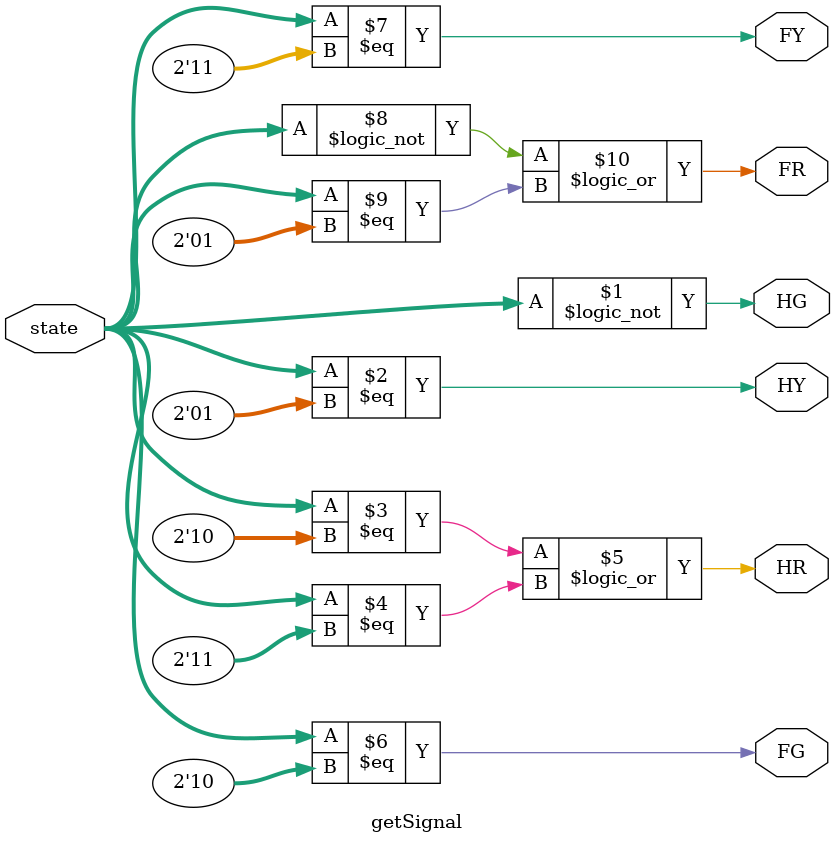
<source format=v>
module getSignal(state,HG, HY, HR, FG, FY, FR) ;
input[1:0] state;
output HG, HY, HR, FG, FY, FR;
parameter S0= 2'b00, S1=2'b01, S2=2'b10, S3=2'b11;

assign HG = (state == S0) ;
assign HY = (state == S1) ;
assign HR = ((state == S2)||(state == S3)) ;
assign FG = (state == S2) ;
assign FY = (state == S3) ;
assign FR = ((state == S0)||(state == S1)) ;

endmodule

</source>
